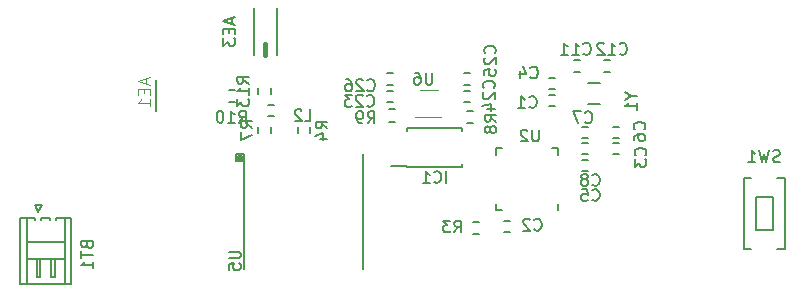
<source format=gbo>
G04 #@! TF.FileFunction,Legend,Bot*
%FSLAX46Y46*%
G04 Gerber Fmt 4.6, Leading zero omitted, Abs format (unit mm)*
G04 Created by KiCad (PCBNEW 4.0.5+dfsg1-4~bpo8+1) date Wed Apr 18 10:30:05 2018*
%MOMM*%
%LPD*%
G01*
G04 APERTURE LIST*
%ADD10C,0.100000*%
%ADD11C,0.150000*%
%ADD12C,0.200000*%
%ADD13C,0.120000*%
%ADD14C,0.127000*%
%ADD15C,0.400000*%
%ADD16C,0.050000*%
G04 APERTURE END LIST*
D10*
D11*
X153875000Y-117425000D02*
X153875000Y-117325000D01*
X158525000Y-117425000D02*
X158525000Y-117225000D01*
X158525000Y-114175000D02*
X158525000Y-114375000D01*
X153875000Y-114175000D02*
X153875000Y-114375000D01*
X153875000Y-117425000D02*
X158525000Y-117425000D01*
X153875000Y-114175000D02*
X158525000Y-114175000D01*
X153875000Y-117325000D02*
X152525000Y-117325000D01*
D12*
X139880000Y-116900000D02*
X139880000Y-116500000D01*
X139880000Y-116500000D02*
X139530000Y-116500000D01*
X139530000Y-116500000D02*
X139530000Y-116800000D01*
X139530000Y-116800000D02*
X139730000Y-116800000D01*
X139730000Y-116800000D02*
X139730000Y-116600000D01*
X139730000Y-116600000D02*
X139630000Y-116600000D01*
X140030000Y-116350000D02*
X139380000Y-116350000D01*
X139380000Y-116350000D02*
X139380000Y-116950000D01*
X139380000Y-116950000D02*
X140030000Y-116950000D01*
X150130000Y-126050000D02*
X150130000Y-116350000D01*
X140030000Y-124400000D02*
X140030000Y-116350000D01*
X140030000Y-126050000D02*
X140030000Y-124400000D01*
D11*
X122380000Y-121920000D02*
X122380000Y-121770000D01*
X122380000Y-121770000D02*
X121080000Y-121770000D01*
X121080000Y-121770000D02*
X121080000Y-127370000D01*
X121080000Y-127370000D02*
X125430000Y-127370000D01*
X125430000Y-127370000D02*
X125430000Y-121770000D01*
X125430000Y-121770000D02*
X124130000Y-121770000D01*
X124130000Y-121770000D02*
X124130000Y-121920000D01*
X121630000Y-125270000D02*
X124880000Y-125270000D01*
X121630000Y-123770000D02*
X124880000Y-123770000D01*
X121630000Y-127370000D02*
X121630000Y-121770000D01*
X124880000Y-127370000D02*
X124880000Y-121770000D01*
X122630000Y-125270000D02*
X122480000Y-125270000D01*
X122480000Y-125270000D02*
X122480000Y-126732500D01*
X122480000Y-126732500D02*
X122630000Y-126770000D01*
X122630000Y-126770000D02*
X122780000Y-126732500D01*
X122780000Y-126732500D02*
X122780000Y-125270000D01*
X122780000Y-125270000D02*
X122630000Y-125270000D01*
X123880000Y-125270000D02*
X123730000Y-125270000D01*
X123730000Y-125270000D02*
X123730000Y-126732500D01*
X123730000Y-126732500D02*
X123880000Y-126770000D01*
X123880000Y-126770000D02*
X124030000Y-126732500D01*
X124030000Y-126732500D02*
X124030000Y-125270000D01*
X124030000Y-125270000D02*
X123880000Y-125270000D01*
X122880000Y-121920000D02*
X122880000Y-121770000D01*
X122880000Y-121770000D02*
X123630000Y-121770000D01*
X123630000Y-121770000D02*
X123630000Y-121920000D01*
X122630000Y-121270000D02*
X122330000Y-120670000D01*
X122330000Y-120670000D02*
X122930000Y-120670000D01*
X122930000Y-120670000D02*
X122630000Y-121270000D01*
X166350000Y-112275000D02*
X165850000Y-112275000D01*
X165850000Y-111325000D02*
X166350000Y-111325000D01*
X162050000Y-122025000D02*
X162550000Y-122025000D01*
X162550000Y-122975000D02*
X162050000Y-122975000D01*
X171750000Y-116375000D02*
X171250000Y-116375000D01*
X171250000Y-115425000D02*
X171750000Y-115425000D01*
X171750000Y-114975000D02*
X171250000Y-114975000D01*
X171250000Y-114025000D02*
X171750000Y-114025000D01*
X169150000Y-114975000D02*
X168650000Y-114975000D01*
X168650000Y-114025000D02*
X169150000Y-114025000D01*
X169150000Y-116375000D02*
X168650000Y-116375000D01*
X168650000Y-115425000D02*
X169150000Y-115425000D01*
X167950000Y-108425000D02*
X168450000Y-108425000D01*
X168450000Y-109375000D02*
X167950000Y-109375000D01*
X170550000Y-108425000D02*
X171050000Y-108425000D01*
X171050000Y-109375000D02*
X170550000Y-109375000D01*
X152150000Y-111025000D02*
X152650000Y-111025000D01*
X152650000Y-111975000D02*
X152150000Y-111975000D01*
X158650000Y-111025000D02*
X159150000Y-111025000D01*
X159150000Y-111975000D02*
X158650000Y-111975000D01*
X158650000Y-109525000D02*
X159150000Y-109525000D01*
X159150000Y-110475000D02*
X158650000Y-110475000D01*
X152150000Y-109525000D02*
X152650000Y-109525000D01*
X152650000Y-110475000D02*
X152150000Y-110475000D01*
X159450000Y-122075000D02*
X159950000Y-122075000D01*
X159950000Y-123125000D02*
X159450000Y-123125000D01*
X158950000Y-112675000D02*
X159450000Y-112675000D01*
X159450000Y-113725000D02*
X158950000Y-113725000D01*
X152850000Y-113625000D02*
X152350000Y-113625000D01*
X152350000Y-112575000D02*
X152850000Y-112575000D01*
X184800000Y-122800000D02*
X184800000Y-120000000D01*
X184800000Y-120000000D02*
X183400000Y-120000000D01*
X183400000Y-120000000D02*
X183400000Y-122800000D01*
X183400000Y-122800000D02*
X184800000Y-122800000D01*
X185850000Y-118400000D02*
X185200000Y-118400000D01*
X182350000Y-118400000D02*
X183000000Y-118400000D01*
X183000000Y-124400000D02*
X182350000Y-124400000D01*
X185850000Y-124400000D02*
X185200000Y-124400000D01*
X185850000Y-118400000D02*
X185850000Y-124400000D01*
X182350000Y-124400000D02*
X182350000Y-118400000D01*
X166625000Y-115875000D02*
X166100000Y-115875000D01*
X161375000Y-121125000D02*
X161900000Y-121125000D01*
X161375000Y-115875000D02*
X161900000Y-115875000D01*
X166625000Y-121125000D02*
X166625000Y-120600000D01*
X161375000Y-121125000D02*
X161375000Y-120600000D01*
X161375000Y-115875000D02*
X161375000Y-116400000D01*
X166625000Y-115875000D02*
X166625000Y-116400000D01*
D13*
X156700000Y-113250000D02*
X154500000Y-113250000D01*
X156500000Y-110950000D02*
X154900000Y-110950000D01*
D11*
X169200000Y-110300000D02*
X170200000Y-110300000D01*
X169200000Y-112100000D02*
X170200000Y-112100000D01*
X166350000Y-110875000D02*
X165850000Y-110875000D01*
X165850000Y-109925000D02*
X166350000Y-109925000D01*
X169150000Y-117775000D02*
X168650000Y-117775000D01*
X168650000Y-116825000D02*
X169150000Y-116825000D01*
D14*
X132550000Y-112680000D02*
X132550000Y-110080000D01*
D11*
X142090000Y-112225000D02*
X142590000Y-112225000D01*
X142590000Y-113175000D02*
X142090000Y-113175000D01*
X144575000Y-114600000D02*
X144575000Y-114100000D01*
X145625000Y-114100000D02*
X145625000Y-114600000D01*
X141255000Y-114590000D02*
X141255000Y-114090000D01*
X142305000Y-114090000D02*
X142305000Y-114590000D01*
D15*
X141850000Y-108000000D02*
X141850000Y-107000000D01*
D12*
X140850000Y-104000000D02*
X140850000Y-108000000D01*
X142850000Y-108000000D02*
X142850000Y-104000000D01*
D11*
X139240000Y-111975000D02*
X138740000Y-111975000D01*
X138740000Y-110925000D02*
X139240000Y-110925000D01*
X141265000Y-111280000D02*
X141265000Y-110780000D01*
X142315000Y-110780000D02*
X142315000Y-111280000D01*
X157176190Y-118802381D02*
X157176190Y-117802381D01*
X156128571Y-118707143D02*
X156176190Y-118754762D01*
X156319047Y-118802381D01*
X156414285Y-118802381D01*
X156557143Y-118754762D01*
X156652381Y-118659524D01*
X156700000Y-118564286D01*
X156747619Y-118373810D01*
X156747619Y-118230952D01*
X156700000Y-118040476D01*
X156652381Y-117945238D01*
X156557143Y-117850000D01*
X156414285Y-117802381D01*
X156319047Y-117802381D01*
X156176190Y-117850000D01*
X156128571Y-117897619D01*
X155176190Y-118802381D02*
X155747619Y-118802381D01*
X155461905Y-118802381D02*
X155461905Y-117802381D01*
X155557143Y-117945238D01*
X155652381Y-118040476D01*
X155747619Y-118088095D01*
X138752381Y-124618095D02*
X139561905Y-124618095D01*
X139657143Y-124665714D01*
X139704762Y-124713333D01*
X139752381Y-124808571D01*
X139752381Y-124999048D01*
X139704762Y-125094286D01*
X139657143Y-125141905D01*
X139561905Y-125189524D01*
X138752381Y-125189524D01*
X138752381Y-126141905D02*
X138752381Y-125665714D01*
X139228571Y-125618095D01*
X139180952Y-125665714D01*
X139133333Y-125760952D01*
X139133333Y-125999048D01*
X139180952Y-126094286D01*
X139228571Y-126141905D01*
X139323810Y-126189524D01*
X139561905Y-126189524D01*
X139657143Y-126141905D01*
X139704762Y-126094286D01*
X139752381Y-125999048D01*
X139752381Y-125760952D01*
X139704762Y-125665714D01*
X139657143Y-125618095D01*
X126718571Y-124074286D02*
X126766190Y-124217143D01*
X126813810Y-124264762D01*
X126909048Y-124312381D01*
X127051905Y-124312381D01*
X127147143Y-124264762D01*
X127194762Y-124217143D01*
X127242381Y-124121905D01*
X127242381Y-123740952D01*
X126242381Y-123740952D01*
X126242381Y-124074286D01*
X126290000Y-124169524D01*
X126337619Y-124217143D01*
X126432857Y-124264762D01*
X126528095Y-124264762D01*
X126623333Y-124217143D01*
X126670952Y-124169524D01*
X126718571Y-124074286D01*
X126718571Y-123740952D01*
X126242381Y-124598095D02*
X126242381Y-125169524D01*
X127242381Y-124883809D02*
X126242381Y-124883809D01*
X127242381Y-126026667D02*
X127242381Y-125455238D01*
X127242381Y-125740952D02*
X126242381Y-125740952D01*
X126385238Y-125645714D01*
X126480476Y-125550476D01*
X126528095Y-125455238D01*
X164196666Y-112357143D02*
X164244285Y-112404762D01*
X164387142Y-112452381D01*
X164482380Y-112452381D01*
X164625238Y-112404762D01*
X164720476Y-112309524D01*
X164768095Y-112214286D01*
X164815714Y-112023810D01*
X164815714Y-111880952D01*
X164768095Y-111690476D01*
X164720476Y-111595238D01*
X164625238Y-111500000D01*
X164482380Y-111452381D01*
X164387142Y-111452381D01*
X164244285Y-111500000D01*
X164196666Y-111547619D01*
X163244285Y-112452381D02*
X163815714Y-112452381D01*
X163530000Y-112452381D02*
X163530000Y-111452381D01*
X163625238Y-111595238D01*
X163720476Y-111690476D01*
X163815714Y-111738095D01*
X164616666Y-122737143D02*
X164664285Y-122784762D01*
X164807142Y-122832381D01*
X164902380Y-122832381D01*
X165045238Y-122784762D01*
X165140476Y-122689524D01*
X165188095Y-122594286D01*
X165235714Y-122403810D01*
X165235714Y-122260952D01*
X165188095Y-122070476D01*
X165140476Y-121975238D01*
X165045238Y-121880000D01*
X164902380Y-121832381D01*
X164807142Y-121832381D01*
X164664285Y-121880000D01*
X164616666Y-121927619D01*
X164235714Y-121927619D02*
X164188095Y-121880000D01*
X164092857Y-121832381D01*
X163854761Y-121832381D01*
X163759523Y-121880000D01*
X163711904Y-121927619D01*
X163664285Y-122022857D01*
X163664285Y-122118095D01*
X163711904Y-122260952D01*
X164283333Y-122832381D01*
X163664285Y-122832381D01*
X174017143Y-116463334D02*
X174064762Y-116415715D01*
X174112381Y-116272858D01*
X174112381Y-116177620D01*
X174064762Y-116034762D01*
X173969524Y-115939524D01*
X173874286Y-115891905D01*
X173683810Y-115844286D01*
X173540952Y-115844286D01*
X173350476Y-115891905D01*
X173255238Y-115939524D01*
X173160000Y-116034762D01*
X173112381Y-116177620D01*
X173112381Y-116272858D01*
X173160000Y-116415715D01*
X173207619Y-116463334D01*
X173112381Y-116796667D02*
X173112381Y-117415715D01*
X173493333Y-117082381D01*
X173493333Y-117225239D01*
X173540952Y-117320477D01*
X173588571Y-117368096D01*
X173683810Y-117415715D01*
X173921905Y-117415715D01*
X174017143Y-117368096D01*
X174064762Y-117320477D01*
X174112381Y-117225239D01*
X174112381Y-116939524D01*
X174064762Y-116844286D01*
X174017143Y-116796667D01*
X173927143Y-114273334D02*
X173974762Y-114225715D01*
X174022381Y-114082858D01*
X174022381Y-113987620D01*
X173974762Y-113844762D01*
X173879524Y-113749524D01*
X173784286Y-113701905D01*
X173593810Y-113654286D01*
X173450952Y-113654286D01*
X173260476Y-113701905D01*
X173165238Y-113749524D01*
X173070000Y-113844762D01*
X173022381Y-113987620D01*
X173022381Y-114082858D01*
X173070000Y-114225715D01*
X173117619Y-114273334D01*
X173022381Y-115130477D02*
X173022381Y-114940000D01*
X173070000Y-114844762D01*
X173117619Y-114797143D01*
X173260476Y-114701905D01*
X173450952Y-114654286D01*
X173831905Y-114654286D01*
X173927143Y-114701905D01*
X173974762Y-114749524D01*
X174022381Y-114844762D01*
X174022381Y-115035239D01*
X173974762Y-115130477D01*
X173927143Y-115178096D01*
X173831905Y-115225715D01*
X173593810Y-115225715D01*
X173498571Y-115178096D01*
X173450952Y-115130477D01*
X173403333Y-115035239D01*
X173403333Y-114844762D01*
X173450952Y-114749524D01*
X173498571Y-114701905D01*
X173593810Y-114654286D01*
X168906666Y-113647143D02*
X168954285Y-113694762D01*
X169097142Y-113742381D01*
X169192380Y-113742381D01*
X169335238Y-113694762D01*
X169430476Y-113599524D01*
X169478095Y-113504286D01*
X169525714Y-113313810D01*
X169525714Y-113170952D01*
X169478095Y-112980476D01*
X169430476Y-112885238D01*
X169335238Y-112790000D01*
X169192380Y-112742381D01*
X169097142Y-112742381D01*
X168954285Y-112790000D01*
X168906666Y-112837619D01*
X168573333Y-112742381D02*
X167906666Y-112742381D01*
X168335238Y-113742381D01*
X169536666Y-118947143D02*
X169584285Y-118994762D01*
X169727142Y-119042381D01*
X169822380Y-119042381D01*
X169965238Y-118994762D01*
X170060476Y-118899524D01*
X170108095Y-118804286D01*
X170155714Y-118613810D01*
X170155714Y-118470952D01*
X170108095Y-118280476D01*
X170060476Y-118185238D01*
X169965238Y-118090000D01*
X169822380Y-118042381D01*
X169727142Y-118042381D01*
X169584285Y-118090000D01*
X169536666Y-118137619D01*
X168965238Y-118470952D02*
X169060476Y-118423333D01*
X169108095Y-118375714D01*
X169155714Y-118280476D01*
X169155714Y-118232857D01*
X169108095Y-118137619D01*
X169060476Y-118090000D01*
X168965238Y-118042381D01*
X168774761Y-118042381D01*
X168679523Y-118090000D01*
X168631904Y-118137619D01*
X168584285Y-118232857D01*
X168584285Y-118280476D01*
X168631904Y-118375714D01*
X168679523Y-118423333D01*
X168774761Y-118470952D01*
X168965238Y-118470952D01*
X169060476Y-118518571D01*
X169108095Y-118566190D01*
X169155714Y-118661429D01*
X169155714Y-118851905D01*
X169108095Y-118947143D01*
X169060476Y-118994762D01*
X168965238Y-119042381D01*
X168774761Y-119042381D01*
X168679523Y-118994762D01*
X168631904Y-118947143D01*
X168584285Y-118851905D01*
X168584285Y-118661429D01*
X168631904Y-118566190D01*
X168679523Y-118518571D01*
X168774761Y-118470952D01*
X168782857Y-107847143D02*
X168830476Y-107894762D01*
X168973333Y-107942381D01*
X169068571Y-107942381D01*
X169211429Y-107894762D01*
X169306667Y-107799524D01*
X169354286Y-107704286D01*
X169401905Y-107513810D01*
X169401905Y-107370952D01*
X169354286Y-107180476D01*
X169306667Y-107085238D01*
X169211429Y-106990000D01*
X169068571Y-106942381D01*
X168973333Y-106942381D01*
X168830476Y-106990000D01*
X168782857Y-107037619D01*
X167830476Y-107942381D02*
X168401905Y-107942381D01*
X168116191Y-107942381D02*
X168116191Y-106942381D01*
X168211429Y-107085238D01*
X168306667Y-107180476D01*
X168401905Y-107228095D01*
X166878095Y-107942381D02*
X167449524Y-107942381D01*
X167163810Y-107942381D02*
X167163810Y-106942381D01*
X167259048Y-107085238D01*
X167354286Y-107180476D01*
X167449524Y-107228095D01*
X171852857Y-107847143D02*
X171900476Y-107894762D01*
X172043333Y-107942381D01*
X172138571Y-107942381D01*
X172281429Y-107894762D01*
X172376667Y-107799524D01*
X172424286Y-107704286D01*
X172471905Y-107513810D01*
X172471905Y-107370952D01*
X172424286Y-107180476D01*
X172376667Y-107085238D01*
X172281429Y-106990000D01*
X172138571Y-106942381D01*
X172043333Y-106942381D01*
X171900476Y-106990000D01*
X171852857Y-107037619D01*
X170900476Y-107942381D02*
X171471905Y-107942381D01*
X171186191Y-107942381D02*
X171186191Y-106942381D01*
X171281429Y-107085238D01*
X171376667Y-107180476D01*
X171471905Y-107228095D01*
X170519524Y-107037619D02*
X170471905Y-106990000D01*
X170376667Y-106942381D01*
X170138571Y-106942381D01*
X170043333Y-106990000D01*
X169995714Y-107037619D01*
X169948095Y-107132857D01*
X169948095Y-107228095D01*
X169995714Y-107370952D01*
X170567143Y-107942381D01*
X169948095Y-107942381D01*
X150462857Y-112247143D02*
X150510476Y-112294762D01*
X150653333Y-112342381D01*
X150748571Y-112342381D01*
X150891429Y-112294762D01*
X150986667Y-112199524D01*
X151034286Y-112104286D01*
X151081905Y-111913810D01*
X151081905Y-111770952D01*
X151034286Y-111580476D01*
X150986667Y-111485238D01*
X150891429Y-111390000D01*
X150748571Y-111342381D01*
X150653333Y-111342381D01*
X150510476Y-111390000D01*
X150462857Y-111437619D01*
X150081905Y-111437619D02*
X150034286Y-111390000D01*
X149939048Y-111342381D01*
X149700952Y-111342381D01*
X149605714Y-111390000D01*
X149558095Y-111437619D01*
X149510476Y-111532857D01*
X149510476Y-111628095D01*
X149558095Y-111770952D01*
X150129524Y-112342381D01*
X149510476Y-112342381D01*
X149177143Y-111342381D02*
X148558095Y-111342381D01*
X148891429Y-111723333D01*
X148748571Y-111723333D01*
X148653333Y-111770952D01*
X148605714Y-111818571D01*
X148558095Y-111913810D01*
X148558095Y-112151905D01*
X148605714Y-112247143D01*
X148653333Y-112294762D01*
X148748571Y-112342381D01*
X149034286Y-112342381D01*
X149129524Y-112294762D01*
X149177143Y-112247143D01*
X161167143Y-110747143D02*
X161214762Y-110699524D01*
X161262381Y-110556667D01*
X161262381Y-110461429D01*
X161214762Y-110318571D01*
X161119524Y-110223333D01*
X161024286Y-110175714D01*
X160833810Y-110128095D01*
X160690952Y-110128095D01*
X160500476Y-110175714D01*
X160405238Y-110223333D01*
X160310000Y-110318571D01*
X160262381Y-110461429D01*
X160262381Y-110556667D01*
X160310000Y-110699524D01*
X160357619Y-110747143D01*
X160357619Y-111128095D02*
X160310000Y-111175714D01*
X160262381Y-111270952D01*
X160262381Y-111509048D01*
X160310000Y-111604286D01*
X160357619Y-111651905D01*
X160452857Y-111699524D01*
X160548095Y-111699524D01*
X160690952Y-111651905D01*
X161262381Y-111080476D01*
X161262381Y-111699524D01*
X160595714Y-112556667D02*
X161262381Y-112556667D01*
X160214762Y-112318571D02*
X160929048Y-112080476D01*
X160929048Y-112699524D01*
X161277143Y-107817143D02*
X161324762Y-107769524D01*
X161372381Y-107626667D01*
X161372381Y-107531429D01*
X161324762Y-107388571D01*
X161229524Y-107293333D01*
X161134286Y-107245714D01*
X160943810Y-107198095D01*
X160800952Y-107198095D01*
X160610476Y-107245714D01*
X160515238Y-107293333D01*
X160420000Y-107388571D01*
X160372381Y-107531429D01*
X160372381Y-107626667D01*
X160420000Y-107769524D01*
X160467619Y-107817143D01*
X160467619Y-108198095D02*
X160420000Y-108245714D01*
X160372381Y-108340952D01*
X160372381Y-108579048D01*
X160420000Y-108674286D01*
X160467619Y-108721905D01*
X160562857Y-108769524D01*
X160658095Y-108769524D01*
X160800952Y-108721905D01*
X161372381Y-108150476D01*
X161372381Y-108769524D01*
X160372381Y-109674286D02*
X160372381Y-109198095D01*
X160848571Y-109150476D01*
X160800952Y-109198095D01*
X160753333Y-109293333D01*
X160753333Y-109531429D01*
X160800952Y-109626667D01*
X160848571Y-109674286D01*
X160943810Y-109721905D01*
X161181905Y-109721905D01*
X161277143Y-109674286D01*
X161324762Y-109626667D01*
X161372381Y-109531429D01*
X161372381Y-109293333D01*
X161324762Y-109198095D01*
X161277143Y-109150476D01*
X150492857Y-110927143D02*
X150540476Y-110974762D01*
X150683333Y-111022381D01*
X150778571Y-111022381D01*
X150921429Y-110974762D01*
X151016667Y-110879524D01*
X151064286Y-110784286D01*
X151111905Y-110593810D01*
X151111905Y-110450952D01*
X151064286Y-110260476D01*
X151016667Y-110165238D01*
X150921429Y-110070000D01*
X150778571Y-110022381D01*
X150683333Y-110022381D01*
X150540476Y-110070000D01*
X150492857Y-110117619D01*
X150111905Y-110117619D02*
X150064286Y-110070000D01*
X149969048Y-110022381D01*
X149730952Y-110022381D01*
X149635714Y-110070000D01*
X149588095Y-110117619D01*
X149540476Y-110212857D01*
X149540476Y-110308095D01*
X149588095Y-110450952D01*
X150159524Y-111022381D01*
X149540476Y-111022381D01*
X148683333Y-110022381D02*
X148873810Y-110022381D01*
X148969048Y-110070000D01*
X149016667Y-110117619D01*
X149111905Y-110260476D01*
X149159524Y-110450952D01*
X149159524Y-110831905D01*
X149111905Y-110927143D01*
X149064286Y-110974762D01*
X148969048Y-111022381D01*
X148778571Y-111022381D01*
X148683333Y-110974762D01*
X148635714Y-110927143D01*
X148588095Y-110831905D01*
X148588095Y-110593810D01*
X148635714Y-110498571D01*
X148683333Y-110450952D01*
X148778571Y-110403333D01*
X148969048Y-110403333D01*
X149064286Y-110450952D01*
X149111905Y-110498571D01*
X149159524Y-110593810D01*
X157846666Y-122982381D02*
X158180000Y-122506190D01*
X158418095Y-122982381D02*
X158418095Y-121982381D01*
X158037142Y-121982381D01*
X157941904Y-122030000D01*
X157894285Y-122077619D01*
X157846666Y-122172857D01*
X157846666Y-122315714D01*
X157894285Y-122410952D01*
X157941904Y-122458571D01*
X158037142Y-122506190D01*
X158418095Y-122506190D01*
X157513333Y-121982381D02*
X156894285Y-121982381D01*
X157227619Y-122363333D01*
X157084761Y-122363333D01*
X156989523Y-122410952D01*
X156941904Y-122458571D01*
X156894285Y-122553810D01*
X156894285Y-122791905D01*
X156941904Y-122887143D01*
X156989523Y-122934762D01*
X157084761Y-122982381D01*
X157370476Y-122982381D01*
X157465714Y-122934762D01*
X157513333Y-122887143D01*
X161402381Y-113603334D02*
X160926190Y-113270000D01*
X161402381Y-113031905D02*
X160402381Y-113031905D01*
X160402381Y-113412858D01*
X160450000Y-113508096D01*
X160497619Y-113555715D01*
X160592857Y-113603334D01*
X160735714Y-113603334D01*
X160830952Y-113555715D01*
X160878571Y-113508096D01*
X160926190Y-113412858D01*
X160926190Y-113031905D01*
X160830952Y-114174762D02*
X160783333Y-114079524D01*
X160735714Y-114031905D01*
X160640476Y-113984286D01*
X160592857Y-113984286D01*
X160497619Y-114031905D01*
X160450000Y-114079524D01*
X160402381Y-114174762D01*
X160402381Y-114365239D01*
X160450000Y-114460477D01*
X160497619Y-114508096D01*
X160592857Y-114555715D01*
X160640476Y-114555715D01*
X160735714Y-114508096D01*
X160783333Y-114460477D01*
X160830952Y-114365239D01*
X160830952Y-114174762D01*
X160878571Y-114079524D01*
X160926190Y-114031905D01*
X161021429Y-113984286D01*
X161211905Y-113984286D01*
X161307143Y-114031905D01*
X161354762Y-114079524D01*
X161402381Y-114174762D01*
X161402381Y-114365239D01*
X161354762Y-114460477D01*
X161307143Y-114508096D01*
X161211905Y-114555715D01*
X161021429Y-114555715D01*
X160926190Y-114508096D01*
X160878571Y-114460477D01*
X160830952Y-114365239D01*
X150506666Y-113742381D02*
X150840000Y-113266190D01*
X151078095Y-113742381D02*
X151078095Y-112742381D01*
X150697142Y-112742381D01*
X150601904Y-112790000D01*
X150554285Y-112837619D01*
X150506666Y-112932857D01*
X150506666Y-113075714D01*
X150554285Y-113170952D01*
X150601904Y-113218571D01*
X150697142Y-113266190D01*
X151078095Y-113266190D01*
X150030476Y-113742381D02*
X149840000Y-113742381D01*
X149744761Y-113694762D01*
X149697142Y-113647143D01*
X149601904Y-113504286D01*
X149554285Y-113313810D01*
X149554285Y-112932857D01*
X149601904Y-112837619D01*
X149649523Y-112790000D01*
X149744761Y-112742381D01*
X149935238Y-112742381D01*
X150030476Y-112790000D01*
X150078095Y-112837619D01*
X150125714Y-112932857D01*
X150125714Y-113170952D01*
X150078095Y-113266190D01*
X150030476Y-113313810D01*
X149935238Y-113361429D01*
X149744761Y-113361429D01*
X149649523Y-113313810D01*
X149601904Y-113266190D01*
X149554285Y-113170952D01*
X185403333Y-116994762D02*
X185260476Y-117042381D01*
X185022380Y-117042381D01*
X184927142Y-116994762D01*
X184879523Y-116947143D01*
X184831904Y-116851905D01*
X184831904Y-116756667D01*
X184879523Y-116661429D01*
X184927142Y-116613810D01*
X185022380Y-116566190D01*
X185212857Y-116518571D01*
X185308095Y-116470952D01*
X185355714Y-116423333D01*
X185403333Y-116328095D01*
X185403333Y-116232857D01*
X185355714Y-116137619D01*
X185308095Y-116090000D01*
X185212857Y-116042381D01*
X184974761Y-116042381D01*
X184831904Y-116090000D01*
X184498571Y-116042381D02*
X184260476Y-117042381D01*
X184069999Y-116328095D01*
X183879523Y-117042381D01*
X183641428Y-116042381D01*
X182736666Y-117042381D02*
X183308095Y-117042381D01*
X183022381Y-117042381D02*
X183022381Y-116042381D01*
X183117619Y-116185238D01*
X183212857Y-116280476D01*
X183308095Y-116328095D01*
X165021905Y-114282381D02*
X165021905Y-115091905D01*
X164974286Y-115187143D01*
X164926667Y-115234762D01*
X164831429Y-115282381D01*
X164640952Y-115282381D01*
X164545714Y-115234762D01*
X164498095Y-115187143D01*
X164450476Y-115091905D01*
X164450476Y-114282381D01*
X164021905Y-114377619D02*
X163974286Y-114330000D01*
X163879048Y-114282381D01*
X163640952Y-114282381D01*
X163545714Y-114330000D01*
X163498095Y-114377619D01*
X163450476Y-114472857D01*
X163450476Y-114568095D01*
X163498095Y-114710952D01*
X164069524Y-115282381D01*
X163450476Y-115282381D01*
X155991905Y-109472381D02*
X155991905Y-110281905D01*
X155944286Y-110377143D01*
X155896667Y-110424762D01*
X155801429Y-110472381D01*
X155610952Y-110472381D01*
X155515714Y-110424762D01*
X155468095Y-110377143D01*
X155420476Y-110281905D01*
X155420476Y-109472381D01*
X154515714Y-109472381D02*
X154706191Y-109472381D01*
X154801429Y-109520000D01*
X154849048Y-109567619D01*
X154944286Y-109710476D01*
X154991905Y-109900952D01*
X154991905Y-110281905D01*
X154944286Y-110377143D01*
X154896667Y-110424762D01*
X154801429Y-110472381D01*
X154610952Y-110472381D01*
X154515714Y-110424762D01*
X154468095Y-110377143D01*
X154420476Y-110281905D01*
X154420476Y-110043810D01*
X154468095Y-109948571D01*
X154515714Y-109900952D01*
X154610952Y-109853333D01*
X154801429Y-109853333D01*
X154896667Y-109900952D01*
X154944286Y-109948571D01*
X154991905Y-110043810D01*
X172796190Y-111413809D02*
X173272381Y-111413809D01*
X172272381Y-111080476D02*
X172796190Y-111413809D01*
X172272381Y-111747143D01*
X173272381Y-112604286D02*
X173272381Y-112032857D01*
X173272381Y-112318571D02*
X172272381Y-112318571D01*
X172415238Y-112223333D01*
X172510476Y-112128095D01*
X172558095Y-112032857D01*
X164296666Y-109857143D02*
X164344285Y-109904762D01*
X164487142Y-109952381D01*
X164582380Y-109952381D01*
X164725238Y-109904762D01*
X164820476Y-109809524D01*
X164868095Y-109714286D01*
X164915714Y-109523810D01*
X164915714Y-109380952D01*
X164868095Y-109190476D01*
X164820476Y-109095238D01*
X164725238Y-109000000D01*
X164582380Y-108952381D01*
X164487142Y-108952381D01*
X164344285Y-109000000D01*
X164296666Y-109047619D01*
X163439523Y-109285714D02*
X163439523Y-109952381D01*
X163677619Y-108904762D02*
X163915714Y-109619048D01*
X163296666Y-109619048D01*
X169526666Y-120237143D02*
X169574285Y-120284762D01*
X169717142Y-120332381D01*
X169812380Y-120332381D01*
X169955238Y-120284762D01*
X170050476Y-120189524D01*
X170098095Y-120094286D01*
X170145714Y-119903810D01*
X170145714Y-119760952D01*
X170098095Y-119570476D01*
X170050476Y-119475238D01*
X169955238Y-119380000D01*
X169812380Y-119332381D01*
X169717142Y-119332381D01*
X169574285Y-119380000D01*
X169526666Y-119427619D01*
X168621904Y-119332381D02*
X169098095Y-119332381D01*
X169145714Y-119808571D01*
X169098095Y-119760952D01*
X169002857Y-119713333D01*
X168764761Y-119713333D01*
X168669523Y-119760952D01*
X168621904Y-119808571D01*
X168574285Y-119903810D01*
X168574285Y-120141905D01*
X168621904Y-120237143D01*
X168669523Y-120284762D01*
X168764761Y-120332381D01*
X169002857Y-120332381D01*
X169098095Y-120284762D01*
X169145714Y-120237143D01*
D16*
X131773793Y-109945418D02*
X131773793Y-110422884D01*
X132060273Y-109849924D02*
X131057593Y-110184151D01*
X132060273Y-110518378D01*
X131535060Y-110852604D02*
X131535060Y-111186831D01*
X132060273Y-111330071D02*
X132060273Y-110852604D01*
X131057593Y-110852604D01*
X131057593Y-111330071D01*
X132060273Y-112285005D02*
X132060273Y-111712045D01*
X132060273Y-111998525D02*
X131057593Y-111998525D01*
X131200833Y-111903031D01*
X131296327Y-111807538D01*
X131344073Y-111712045D01*
D11*
X145176666Y-113572381D02*
X145652857Y-113572381D01*
X145652857Y-112572381D01*
X144890952Y-112667619D02*
X144843333Y-112620000D01*
X144748095Y-112572381D01*
X144509999Y-112572381D01*
X144414761Y-112620000D01*
X144367142Y-112667619D01*
X144319523Y-112762857D01*
X144319523Y-112858095D01*
X144367142Y-113000952D01*
X144938571Y-113572381D01*
X144319523Y-113572381D01*
X147102381Y-114183334D02*
X146626190Y-113850000D01*
X147102381Y-113611905D02*
X146102381Y-113611905D01*
X146102381Y-113992858D01*
X146150000Y-114088096D01*
X146197619Y-114135715D01*
X146292857Y-114183334D01*
X146435714Y-114183334D01*
X146530952Y-114135715D01*
X146578571Y-114088096D01*
X146626190Y-113992858D01*
X146626190Y-113611905D01*
X146435714Y-115040477D02*
X147102381Y-115040477D01*
X146054762Y-114802381D02*
X146769048Y-114564286D01*
X146769048Y-115183334D01*
X140752381Y-114143334D02*
X140276190Y-113810000D01*
X140752381Y-113571905D02*
X139752381Y-113571905D01*
X139752381Y-113952858D01*
X139800000Y-114048096D01*
X139847619Y-114095715D01*
X139942857Y-114143334D01*
X140085714Y-114143334D01*
X140180952Y-114095715D01*
X140228571Y-114048096D01*
X140276190Y-113952858D01*
X140276190Y-113571905D01*
X139752381Y-114476667D02*
X139752381Y-115143334D01*
X140752381Y-114714762D01*
X139016667Y-104833333D02*
X139016667Y-105309524D01*
X139302381Y-104738095D02*
X138302381Y-105071428D01*
X139302381Y-105404762D01*
X138778571Y-105738095D02*
X138778571Y-106071429D01*
X139302381Y-106214286D02*
X139302381Y-105738095D01*
X138302381Y-105738095D01*
X138302381Y-106214286D01*
X138302381Y-106547619D02*
X138302381Y-107166667D01*
X138683333Y-106833333D01*
X138683333Y-106976191D01*
X138730952Y-107071429D01*
X138778571Y-107119048D01*
X138873810Y-107166667D01*
X139111905Y-107166667D01*
X139207143Y-107119048D01*
X139254762Y-107071429D01*
X139302381Y-106976191D01*
X139302381Y-106690476D01*
X139254762Y-106595238D01*
X139207143Y-106547619D01*
X139632857Y-113702381D02*
X139966191Y-113226190D01*
X140204286Y-113702381D02*
X140204286Y-112702381D01*
X139823333Y-112702381D01*
X139728095Y-112750000D01*
X139680476Y-112797619D01*
X139632857Y-112892857D01*
X139632857Y-113035714D01*
X139680476Y-113130952D01*
X139728095Y-113178571D01*
X139823333Y-113226190D01*
X140204286Y-113226190D01*
X138680476Y-113702381D02*
X139251905Y-113702381D01*
X138966191Y-113702381D02*
X138966191Y-112702381D01*
X139061429Y-112845238D01*
X139156667Y-112940476D01*
X139251905Y-112988095D01*
X138061429Y-112702381D02*
X137966190Y-112702381D01*
X137870952Y-112750000D01*
X137823333Y-112797619D01*
X137775714Y-112892857D01*
X137728095Y-113083333D01*
X137728095Y-113321429D01*
X137775714Y-113511905D01*
X137823333Y-113607143D01*
X137870952Y-113654762D01*
X137966190Y-113702381D01*
X138061429Y-113702381D01*
X138156667Y-113654762D01*
X138204286Y-113607143D01*
X138251905Y-113511905D01*
X138299524Y-113321429D01*
X138299524Y-113083333D01*
X138251905Y-112892857D01*
X138204286Y-112797619D01*
X138156667Y-112750000D01*
X138061429Y-112702381D01*
X140442381Y-110387143D02*
X139966190Y-110053809D01*
X140442381Y-109815714D02*
X139442381Y-109815714D01*
X139442381Y-110196667D01*
X139490000Y-110291905D01*
X139537619Y-110339524D01*
X139632857Y-110387143D01*
X139775714Y-110387143D01*
X139870952Y-110339524D01*
X139918571Y-110291905D01*
X139966190Y-110196667D01*
X139966190Y-109815714D01*
X140442381Y-111339524D02*
X140442381Y-110768095D01*
X140442381Y-111053809D02*
X139442381Y-111053809D01*
X139585238Y-110958571D01*
X139680476Y-110863333D01*
X139728095Y-110768095D01*
X139442381Y-111672857D02*
X139442381Y-112291905D01*
X139823333Y-111958571D01*
X139823333Y-112101429D01*
X139870952Y-112196667D01*
X139918571Y-112244286D01*
X140013810Y-112291905D01*
X140251905Y-112291905D01*
X140347143Y-112244286D01*
X140394762Y-112196667D01*
X140442381Y-112101429D01*
X140442381Y-111815714D01*
X140394762Y-111720476D01*
X140347143Y-111672857D01*
M02*

</source>
